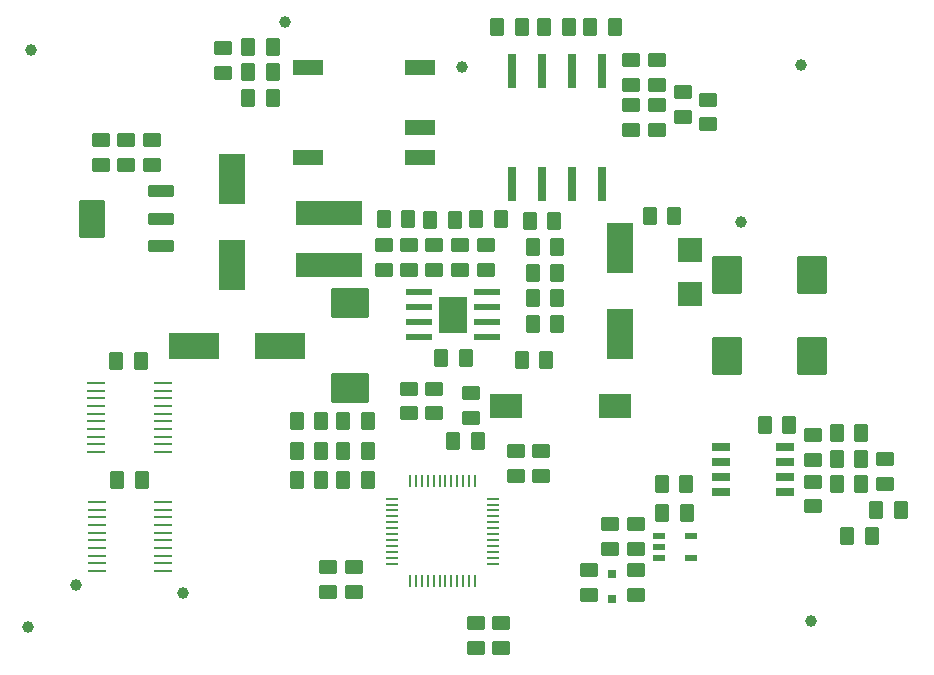
<source format=gtp>
G04*
G04 #@! TF.GenerationSoftware,Altium Limited,Altium Designer,23.8.1 (32)*
G04*
G04 Layer_Color=8421504*
%FSLAX44Y44*%
%MOMM*%
G71*
G04*
G04 #@! TF.SameCoordinates,5CA60E89-82B3-479B-9089-D34F769FB2F0*
G04*
G04*
G04 #@! TF.FilePolarity,Positive*
G04*
G01*
G75*
G04:AMPARAMS|DCode=20|XSize=2.07mm|YSize=2.06mm|CornerRadius=0.103mm|HoleSize=0mm|Usage=FLASHONLY|Rotation=270.000|XOffset=0mm|YOffset=0mm|HoleType=Round|Shape=RoundedRectangle|*
%AMROUNDEDRECTD20*
21,1,2.0700,1.8540,0,0,270.0*
21,1,1.8640,2.0600,0,0,270.0*
1,1,0.2060,-0.9270,-0.9320*
1,1,0.2060,-0.9270,0.9320*
1,1,0.2060,0.9270,0.9320*
1,1,0.2060,0.9270,-0.9320*
%
%ADD20ROUNDEDRECTD20*%
G04:AMPARAMS|DCode=21|XSize=1.56mm|YSize=1.22mm|CornerRadius=0.061mm|HoleSize=0mm|Usage=FLASHONLY|Rotation=270.000|XOffset=0mm|YOffset=0mm|HoleType=Round|Shape=RoundedRectangle|*
%AMROUNDEDRECTD21*
21,1,1.5600,1.0980,0,0,270.0*
21,1,1.4380,1.2200,0,0,270.0*
1,1,0.1220,-0.5490,-0.7190*
1,1,0.1220,-0.5490,0.7190*
1,1,0.1220,0.5490,0.7190*
1,1,0.1220,0.5490,-0.7190*
%
%ADD21ROUNDEDRECTD21*%
G04:AMPARAMS|DCode=22|XSize=1.56mm|YSize=1.22mm|CornerRadius=0.061mm|HoleSize=0mm|Usage=FLASHONLY|Rotation=0.000|XOffset=0mm|YOffset=0mm|HoleType=Round|Shape=RoundedRectangle|*
%AMROUNDEDRECTD22*
21,1,1.5600,1.0980,0,0,0.0*
21,1,1.4380,1.2200,0,0,0.0*
1,1,0.1220,0.7190,-0.5490*
1,1,0.1220,-0.7190,-0.5490*
1,1,0.1220,-0.7190,0.5490*
1,1,0.1220,0.7190,0.5490*
%
%ADD22ROUNDEDRECTD22*%
%ADD23R,5.7000X2.0000*%
G04:AMPARAMS|DCode=24|XSize=0.45mm|YSize=2.15mm|CornerRadius=0.0113mm|HoleSize=0mm|Usage=FLASHONLY|Rotation=270.000|XOffset=0mm|YOffset=0mm|HoleType=Round|Shape=RoundedRectangle|*
%AMROUNDEDRECTD24*
21,1,0.4500,2.1275,0,0,270.0*
21,1,0.4275,2.1500,0,0,270.0*
1,1,0.0225,-1.0638,-0.2138*
1,1,0.0225,-1.0638,0.2138*
1,1,0.0225,1.0638,0.2138*
1,1,0.0225,1.0638,-0.2138*
%
%ADD24ROUNDEDRECTD24*%
%ADD25R,2.4000X3.1000*%
%ADD26R,1.0000X0.5500*%
G04:AMPARAMS|DCode=27|XSize=1mm|YSize=0.22mm|CornerRadius=0.0055mm|HoleSize=0mm|Usage=FLASHONLY|Rotation=180.000|XOffset=0mm|YOffset=0mm|HoleType=Round|Shape=RoundedRectangle|*
%AMROUNDEDRECTD27*
21,1,1.0000,0.2090,0,0,180.0*
21,1,0.9890,0.2200,0,0,180.0*
1,1,0.0110,-0.4945,0.1045*
1,1,0.0110,0.4945,0.1045*
1,1,0.0110,0.4945,-0.1045*
1,1,0.0110,-0.4945,-0.1045*
%
%ADD27ROUNDEDRECTD27*%
G04:AMPARAMS|DCode=28|XSize=1mm|YSize=0.22mm|CornerRadius=0.0055mm|HoleSize=0mm|Usage=FLASHONLY|Rotation=270.000|XOffset=0mm|YOffset=0mm|HoleType=Round|Shape=RoundedRectangle|*
%AMROUNDEDRECTD28*
21,1,1.0000,0.2090,0,0,270.0*
21,1,0.9890,0.2200,0,0,270.0*
1,1,0.0110,-0.1045,-0.4945*
1,1,0.0110,-0.1045,0.4945*
1,1,0.0110,0.1045,0.4945*
1,1,0.0110,0.1045,-0.4945*
%
%ADD28ROUNDEDRECTD28*%
G04:AMPARAMS|DCode=29|XSize=0.95mm|YSize=2.15mm|CornerRadius=0.0475mm|HoleSize=0mm|Usage=FLASHONLY|Rotation=90.000|XOffset=0mm|YOffset=0mm|HoleType=Round|Shape=RoundedRectangle|*
%AMROUNDEDRECTD29*
21,1,0.9500,2.0550,0,0,90.0*
21,1,0.8550,2.1500,0,0,90.0*
1,1,0.0950,1.0275,0.4275*
1,1,0.0950,1.0275,-0.4275*
1,1,0.0950,-1.0275,-0.4275*
1,1,0.0950,-1.0275,0.4275*
%
%ADD29ROUNDEDRECTD29*%
G04:AMPARAMS|DCode=30|XSize=3.25mm|YSize=2.15mm|CornerRadius=0.1075mm|HoleSize=0mm|Usage=FLASHONLY|Rotation=270.000|XOffset=0mm|YOffset=0mm|HoleType=Round|Shape=RoundedRectangle|*
%AMROUNDEDRECTD30*
21,1,3.2500,1.9350,0,0,270.0*
21,1,3.0350,2.1500,0,0,270.0*
1,1,0.2150,-0.9675,-1.5175*
1,1,0.2150,-0.9675,1.5175*
1,1,0.2150,0.9675,1.5175*
1,1,0.2150,0.9675,-1.5175*
%
%ADD30ROUNDEDRECTD30*%
G04:AMPARAMS|DCode=31|XSize=0.6mm|YSize=1.55mm|CornerRadius=0.03mm|HoleSize=0mm|Usage=FLASHONLY|Rotation=270.000|XOffset=0mm|YOffset=0mm|HoleType=Round|Shape=RoundedRectangle|*
%AMROUNDEDRECTD31*
21,1,0.6000,1.4900,0,0,270.0*
21,1,0.5400,1.5500,0,0,270.0*
1,1,0.0600,-0.7450,-0.2700*
1,1,0.0600,-0.7450,0.2700*
1,1,0.0600,0.7450,0.2700*
1,1,0.0600,0.7450,-0.2700*
%
%ADD31ROUNDEDRECTD31*%
G04:AMPARAMS|DCode=32|XSize=2.95mm|YSize=0.75mm|CornerRadius=0.0188mm|HoleSize=0mm|Usage=FLASHONLY|Rotation=90.000|XOffset=0mm|YOffset=0mm|HoleType=Round|Shape=RoundedRectangle|*
%AMROUNDEDRECTD32*
21,1,2.9500,0.7125,0,0,90.0*
21,1,2.9125,0.7500,0,0,90.0*
1,1,0.0375,0.3563,1.4563*
1,1,0.0375,0.3563,-1.4563*
1,1,0.0375,-0.3563,-1.4563*
1,1,0.0375,-0.3563,1.4563*
%
%ADD32ROUNDEDRECTD32*%
G04:AMPARAMS|DCode=33|XSize=0.7mm|YSize=0.7mm|CornerRadius=0.0525mm|HoleSize=0mm|Usage=FLASHONLY|Rotation=90.000|XOffset=0mm|YOffset=0mm|HoleType=Round|Shape=RoundedRectangle|*
%AMROUNDEDRECTD33*
21,1,0.7000,0.5950,0,0,90.0*
21,1,0.5950,0.7000,0,0,90.0*
1,1,0.1050,0.2975,0.2975*
1,1,0.1050,0.2975,-0.2975*
1,1,0.1050,-0.2975,-0.2975*
1,1,0.1050,-0.2975,0.2975*
%
%ADD33ROUNDEDRECTD33*%
G04:AMPARAMS|DCode=34|XSize=2.6mm|YSize=3.2mm|CornerRadius=0.13mm|HoleSize=0mm|Usage=FLASHONLY|Rotation=180.000|XOffset=0mm|YOffset=0mm|HoleType=Round|Shape=RoundedRectangle|*
%AMROUNDEDRECTD34*
21,1,2.6000,2.9400,0,0,180.0*
21,1,2.3400,3.2000,0,0,180.0*
1,1,0.2600,-1.1700,1.4700*
1,1,0.2600,1.1700,1.4700*
1,1,0.2600,1.1700,-1.4700*
1,1,0.2600,-1.1700,-1.4700*
%
%ADD34ROUNDEDRECTD34*%
G04:AMPARAMS|DCode=35|XSize=2.6mm|YSize=3.2mm|CornerRadius=0.13mm|HoleSize=0mm|Usage=FLASHONLY|Rotation=90.000|XOffset=0mm|YOffset=0mm|HoleType=Round|Shape=RoundedRectangle|*
%AMROUNDEDRECTD35*
21,1,2.6000,2.9400,0,0,90.0*
21,1,2.3400,3.2000,0,0,90.0*
1,1,0.2600,1.4700,1.1700*
1,1,0.2600,1.4700,-1.1700*
1,1,0.2600,-1.4700,-1.1700*
1,1,0.2600,-1.4700,1.1700*
%
%ADD35ROUNDEDRECTD35*%
%ADD36R,2.7500X2.0000*%
%ADD37C,1.0000*%
%ADD38R,1.5500X0.2500*%
G04:AMPARAMS|DCode=39|XSize=1.27mm|YSize=2.54mm|CornerRadius=0.0318mm|HoleSize=0mm|Usage=FLASHONLY|Rotation=90.000|XOffset=0mm|YOffset=0mm|HoleType=Round|Shape=RoundedRectangle|*
%AMROUNDEDRECTD39*
21,1,1.2700,2.4765,0,0,90.0*
21,1,1.2065,2.5400,0,0,90.0*
1,1,0.0635,1.2383,0.6033*
1,1,0.0635,1.2383,-0.6033*
1,1,0.0635,-1.2383,-0.6033*
1,1,0.0635,-1.2383,0.6033*
%
%ADD39ROUNDEDRECTD39*%
%ADD40R,4.2000X2.2000*%
%ADD41R,2.2000X4.2000*%
D20*
X702310Y348796D02*
D03*
Y311096D02*
D03*
D21*
X617896Y536956D02*
D03*
X638896D02*
D03*
X429600Y203454D02*
D03*
X408600D02*
D03*
X429600Y178435D02*
D03*
X408600D02*
D03*
X429600Y153416D02*
D03*
X408600D02*
D03*
X349336Y520700D02*
D03*
X328336D02*
D03*
X538902Y536956D02*
D03*
X559902D02*
D03*
X566588Y373126D02*
D03*
X587588D02*
D03*
X880958Y128016D02*
D03*
X859958D02*
D03*
X826430Y150114D02*
D03*
X847430D02*
D03*
X523072Y186690D02*
D03*
X502072D02*
D03*
X835066Y106172D02*
D03*
X856066D02*
D03*
X699348Y150368D02*
D03*
X678348D02*
D03*
X826430Y171958D02*
D03*
X847430D02*
D03*
X826430Y193548D02*
D03*
X847430D02*
D03*
X569128Y328930D02*
D03*
X590128D02*
D03*
X569128Y350774D02*
D03*
X590128D02*
D03*
X590128Y307594D02*
D03*
X569128D02*
D03*
X569128Y285750D02*
D03*
X590128D02*
D03*
X237576Y254254D02*
D03*
X216576D02*
D03*
X328336Y499110D02*
D03*
X349336D02*
D03*
X328336Y477266D02*
D03*
X349336D02*
D03*
X668188Y377698D02*
D03*
X689188D02*
D03*
X599526Y536956D02*
D03*
X578526D02*
D03*
X521376Y374396D02*
D03*
X542376D02*
D03*
X503006Y374142D02*
D03*
X482006D02*
D03*
X238338Y153670D02*
D03*
X217338D02*
D03*
X699856Y125476D02*
D03*
X678856D02*
D03*
X765470Y200152D02*
D03*
X786470D02*
D03*
X442841Y374396D02*
D03*
X463841D02*
D03*
X559730Y255016D02*
D03*
X580730D02*
D03*
X512863Y257302D02*
D03*
X491863D02*
D03*
X369230Y203454D02*
D03*
X390230D02*
D03*
X369230Y178435D02*
D03*
X390230D02*
D03*
X369230Y153416D02*
D03*
X390230D02*
D03*
D22*
X652780Y488610D02*
D03*
Y509610D02*
D03*
X674370Y509610D02*
D03*
Y488610D02*
D03*
X674116Y471002D02*
D03*
Y450002D02*
D03*
X652526Y471002D02*
D03*
Y450002D02*
D03*
X806450Y152404D02*
D03*
Y131404D02*
D03*
X617046Y56302D02*
D03*
Y77302D02*
D03*
X867410Y171282D02*
D03*
Y150282D02*
D03*
X656416Y56302D02*
D03*
Y77302D02*
D03*
X806450Y191774D02*
D03*
Y170774D02*
D03*
X717804Y475828D02*
D03*
Y454828D02*
D03*
X529336Y352384D02*
D03*
Y331384D02*
D03*
X464517Y331384D02*
D03*
Y352384D02*
D03*
X507746Y331384D02*
D03*
Y352384D02*
D03*
X485902Y352384D02*
D03*
Y331384D02*
D03*
X696214Y482178D02*
D03*
Y461178D02*
D03*
X417576Y58842D02*
D03*
Y79842D02*
D03*
X395986Y58842D02*
D03*
Y79842D02*
D03*
X634318Y116672D02*
D03*
Y95672D02*
D03*
X542464Y11852D02*
D03*
Y32852D02*
D03*
X520874Y11852D02*
D03*
Y32852D02*
D03*
X516890Y227670D02*
D03*
Y206670D02*
D03*
X656416Y116672D02*
D03*
Y95672D02*
D03*
X485728Y210226D02*
D03*
Y231226D02*
D03*
X464138Y210226D02*
D03*
Y231226D02*
D03*
X576257Y157566D02*
D03*
Y178566D02*
D03*
X554667Y157566D02*
D03*
Y178566D02*
D03*
X442927Y352384D02*
D03*
Y331384D02*
D03*
X203628Y441284D02*
D03*
Y420284D02*
D03*
X225218Y441284D02*
D03*
Y420284D02*
D03*
X246808Y441284D02*
D03*
Y420284D02*
D03*
X306578Y498516D02*
D03*
Y519516D02*
D03*
D23*
X396494Y379828D02*
D03*
Y335828D02*
D03*
D24*
X530351Y274574D02*
D03*
Y287274D02*
D03*
Y299974D02*
D03*
Y312674D02*
D03*
X472851Y274574D02*
D03*
Y287274D02*
D03*
Y299974D02*
D03*
Y312674D02*
D03*
D25*
X501601Y293624D02*
D03*
D26*
X702856Y106528D02*
D03*
X675856D02*
D03*
Y97028D02*
D03*
Y87528D02*
D03*
X702856D02*
D03*
D27*
X450260Y82990D02*
D03*
Y87990D02*
D03*
Y92990D02*
D03*
Y97990D02*
D03*
Y102990D02*
D03*
Y107990D02*
D03*
Y112990D02*
D03*
Y117990D02*
D03*
Y122990D02*
D03*
Y127990D02*
D03*
Y132990D02*
D03*
X535260Y137990D02*
D03*
Y132990D02*
D03*
Y127990D02*
D03*
Y122990D02*
D03*
Y117990D02*
D03*
Y112990D02*
D03*
Y107990D02*
D03*
Y102990D02*
D03*
Y97990D02*
D03*
Y92990D02*
D03*
Y87990D02*
D03*
X450260Y137990D02*
D03*
X535260Y82990D02*
D03*
D28*
X520260Y67990D02*
D03*
X515260D02*
D03*
X510260D02*
D03*
X505260D02*
D03*
X500260D02*
D03*
X495260D02*
D03*
X490260D02*
D03*
X485260D02*
D03*
X480260D02*
D03*
X475260D02*
D03*
X470260D02*
D03*
X465260D02*
D03*
Y152990D02*
D03*
X470260D02*
D03*
X475260D02*
D03*
X480260D02*
D03*
X485260D02*
D03*
X490260D02*
D03*
X495260D02*
D03*
X500260D02*
D03*
X505260D02*
D03*
X510260D02*
D03*
X515260D02*
D03*
X520260D02*
D03*
D29*
X254262Y352158D02*
D03*
Y375158D02*
D03*
Y398158D02*
D03*
D30*
X196262Y375158D02*
D03*
D31*
X728925Y181356D02*
D03*
Y168656D02*
D03*
Y155956D02*
D03*
Y143256D02*
D03*
X782925D02*
D03*
Y155956D02*
D03*
Y168656D02*
D03*
Y181356D02*
D03*
D32*
X551942Y404374D02*
D03*
X577342D02*
D03*
X602742D02*
D03*
X628142D02*
D03*
X551942Y500374D02*
D03*
X577342D02*
D03*
X602742D02*
D03*
X628142D02*
D03*
D33*
X636604Y74050D02*
D03*
Y52950D02*
D03*
D34*
X805747Y327221D02*
D03*
X733747D02*
D03*
X805747Y258641D02*
D03*
X733747D02*
D03*
D35*
X414528Y231912D02*
D03*
Y303912D02*
D03*
D36*
X546586Y216154D02*
D03*
X639086D02*
D03*
D37*
X804926Y34544D02*
D03*
X272796Y58420D02*
D03*
X182118Y65024D02*
D03*
X144526Y518160D02*
D03*
X141986Y29718D02*
D03*
X796036Y505460D02*
D03*
X745744Y372364D02*
D03*
X359156Y541782D02*
D03*
X509524Y503428D02*
D03*
D38*
X256092Y76668D02*
D03*
Y83168D02*
D03*
Y89668D02*
D03*
Y96168D02*
D03*
Y102668D02*
D03*
Y109168D02*
D03*
Y115668D02*
D03*
Y122168D02*
D03*
Y128668D02*
D03*
Y135168D02*
D03*
X200092D02*
D03*
Y128668D02*
D03*
Y122168D02*
D03*
Y115668D02*
D03*
Y109168D02*
D03*
Y102668D02*
D03*
Y96168D02*
D03*
Y89668D02*
D03*
Y83168D02*
D03*
Y76668D02*
D03*
X199838Y177506D02*
D03*
Y184006D02*
D03*
Y190506D02*
D03*
Y197006D02*
D03*
Y203506D02*
D03*
Y210006D02*
D03*
Y216506D02*
D03*
Y223006D02*
D03*
Y229506D02*
D03*
Y236006D02*
D03*
X255838D02*
D03*
Y229506D02*
D03*
Y223006D02*
D03*
Y216506D02*
D03*
Y210006D02*
D03*
Y203506D02*
D03*
Y197006D02*
D03*
Y190506D02*
D03*
Y184006D02*
D03*
Y177506D02*
D03*
D39*
X474116Y426416D02*
D03*
Y451816D02*
D03*
Y502716D02*
D03*
X378816Y426416D02*
D03*
Y502716D02*
D03*
D40*
X355524Y266954D02*
D03*
X282524D02*
D03*
D41*
X642874Y350444D02*
D03*
Y277444D02*
D03*
X314198Y335610D02*
D03*
Y408610D02*
D03*
M02*

</source>
